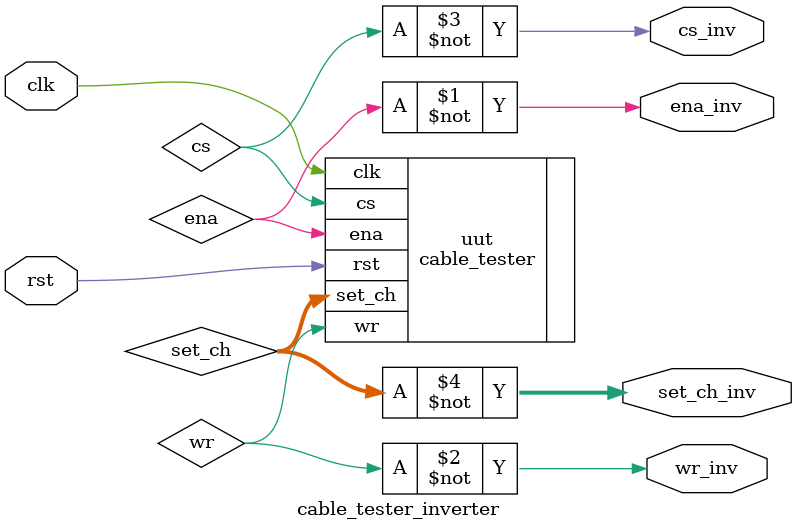
<source format=v>
`default_nettype none
`timescale 1ns / 100ps

module cable_tester_inverter (
    input  wire       clk, // clock signal from the board
    input  wire       rst, // reset signal from the board
    output wire       ena_inv,         // inverted enable signal
    output wire       wr_inv,           // inverted write signal
    output wire       cs_inv,           // inverted chip select signal
    output wire [4:0] set_ch_inv  // inverted set output channel
);

cable_tester uut (
    .clk(clk),
    .rst(rst),
    .ena(ena),
    .wr(wr),
    .cs(cs),
    .set_ch(set_ch)
);

wire ena;
wire wr;
wire cs;
wire [4:0] set_ch;

assign ena_inv = ~ena;
assign wr_inv = ~wr;
assign cs_inv = ~cs;
assign set_ch_inv = ~set_ch;

endmodule
</source>
